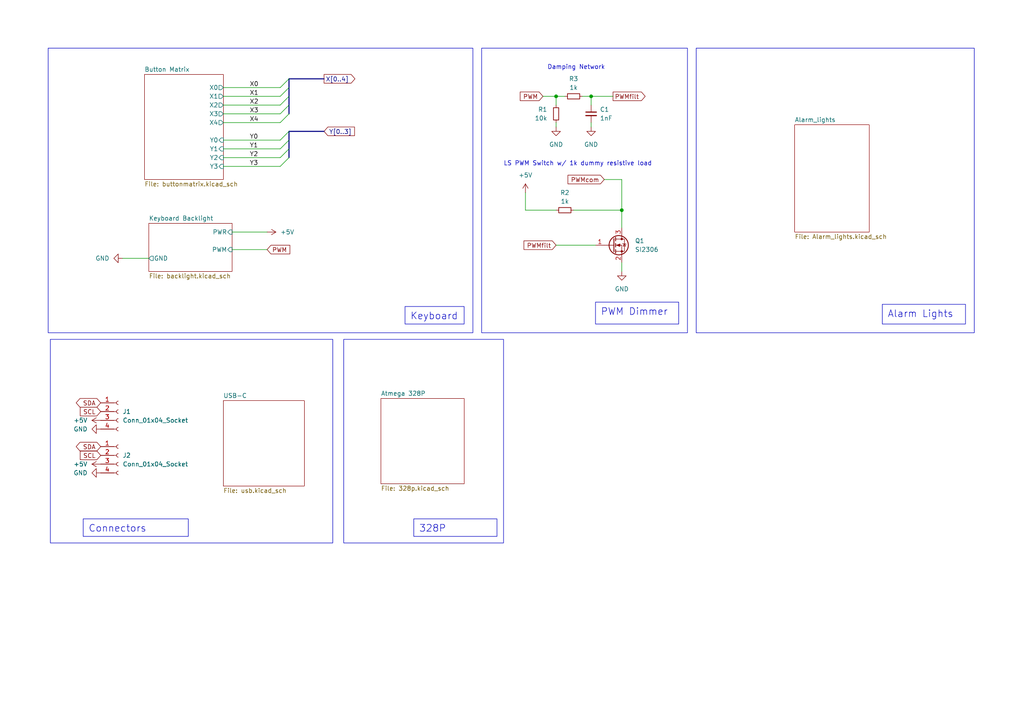
<source format=kicad_sch>
(kicad_sch
	(version 20231120)
	(generator "eeschema")
	(generator_version "8.0")
	(uuid "f30854c1-5bc2-470d-aabe-1768a5b01b46")
	(paper "A4")
	(title_block
		(title "DSKY Board")
		(date "2024-07-03")
		(rev "0.5.x")
		(company "Pablo Ortiz López, Evan MacDonald")
	)
	(lib_symbols
		(symbol "Connector:Conn_01x04_Socket"
			(pin_names
				(offset 1.016) hide)
			(exclude_from_sim no)
			(in_bom yes)
			(on_board yes)
			(property "Reference" "J"
				(at 0 5.08 0)
				(effects
					(font
						(size 1.27 1.27)
					)
				)
			)
			(property "Value" "Conn_01x04_Socket"
				(at 0 -7.62 0)
				(effects
					(font
						(size 1.27 1.27)
					)
				)
			)
			(property "Footprint" ""
				(at 0 0 0)
				(effects
					(font
						(size 1.27 1.27)
					)
					(hide yes)
				)
			)
			(property "Datasheet" "~"
				(at 0 0 0)
				(effects
					(font
						(size 1.27 1.27)
					)
					(hide yes)
				)
			)
			(property "Description" "Generic connector, single row, 01x04, script generated"
				(at 0 0 0)
				(effects
					(font
						(size 1.27 1.27)
					)
					(hide yes)
				)
			)
			(property "ki_locked" ""
				(at 0 0 0)
				(effects
					(font
						(size 1.27 1.27)
					)
				)
			)
			(property "ki_keywords" "connector"
				(at 0 0 0)
				(effects
					(font
						(size 1.27 1.27)
					)
					(hide yes)
				)
			)
			(property "ki_fp_filters" "Connector*:*_1x??_*"
				(at 0 0 0)
				(effects
					(font
						(size 1.27 1.27)
					)
					(hide yes)
				)
			)
			(symbol "Conn_01x04_Socket_1_1"
				(arc
					(start 0 -4.572)
					(mid -0.5058 -5.08)
					(end 0 -5.588)
					(stroke
						(width 0.1524)
						(type default)
					)
					(fill
						(type none)
					)
				)
				(arc
					(start 0 -2.032)
					(mid -0.5058 -2.54)
					(end 0 -3.048)
					(stroke
						(width 0.1524)
						(type default)
					)
					(fill
						(type none)
					)
				)
				(polyline
					(pts
						(xy -1.27 -5.08) (xy -0.508 -5.08)
					)
					(stroke
						(width 0.1524)
						(type default)
					)
					(fill
						(type none)
					)
				)
				(polyline
					(pts
						(xy -1.27 -2.54) (xy -0.508 -2.54)
					)
					(stroke
						(width 0.1524)
						(type default)
					)
					(fill
						(type none)
					)
				)
				(polyline
					(pts
						(xy -1.27 0) (xy -0.508 0)
					)
					(stroke
						(width 0.1524)
						(type default)
					)
					(fill
						(type none)
					)
				)
				(polyline
					(pts
						(xy -1.27 2.54) (xy -0.508 2.54)
					)
					(stroke
						(width 0.1524)
						(type default)
					)
					(fill
						(type none)
					)
				)
				(arc
					(start 0 0.508)
					(mid -0.5058 0)
					(end 0 -0.508)
					(stroke
						(width 0.1524)
						(type default)
					)
					(fill
						(type none)
					)
				)
				(arc
					(start 0 3.048)
					(mid -0.5058 2.54)
					(end 0 2.032)
					(stroke
						(width 0.1524)
						(type default)
					)
					(fill
						(type none)
					)
				)
				(pin passive line
					(at -5.08 2.54 0)
					(length 3.81)
					(name "Pin_1"
						(effects
							(font
								(size 1.27 1.27)
							)
						)
					)
					(number "1"
						(effects
							(font
								(size 1.27 1.27)
							)
						)
					)
				)
				(pin passive line
					(at -5.08 0 0)
					(length 3.81)
					(name "Pin_2"
						(effects
							(font
								(size 1.27 1.27)
							)
						)
					)
					(number "2"
						(effects
							(font
								(size 1.27 1.27)
							)
						)
					)
				)
				(pin passive line
					(at -5.08 -2.54 0)
					(length 3.81)
					(name "Pin_3"
						(effects
							(font
								(size 1.27 1.27)
							)
						)
					)
					(number "3"
						(effects
							(font
								(size 1.27 1.27)
							)
						)
					)
				)
				(pin passive line
					(at -5.08 -5.08 0)
					(length 3.81)
					(name "Pin_4"
						(effects
							(font
								(size 1.27 1.27)
							)
						)
					)
					(number "4"
						(effects
							(font
								(size 1.27 1.27)
							)
						)
					)
				)
			)
		)
		(symbol "Device:C_Small"
			(pin_numbers hide)
			(pin_names
				(offset 0.254) hide)
			(exclude_from_sim no)
			(in_bom yes)
			(on_board yes)
			(property "Reference" "C"
				(at 0.254 1.778 0)
				(effects
					(font
						(size 1.27 1.27)
					)
					(justify left)
				)
			)
			(property "Value" "C_Small"
				(at 0.254 -2.032 0)
				(effects
					(font
						(size 1.27 1.27)
					)
					(justify left)
				)
			)
			(property "Footprint" ""
				(at 0 0 0)
				(effects
					(font
						(size 1.27 1.27)
					)
					(hide yes)
				)
			)
			(property "Datasheet" "~"
				(at 0 0 0)
				(effects
					(font
						(size 1.27 1.27)
					)
					(hide yes)
				)
			)
			(property "Description" "Unpolarized capacitor, small symbol"
				(at 0 0 0)
				(effects
					(font
						(size 1.27 1.27)
					)
					(hide yes)
				)
			)
			(property "ki_keywords" "capacitor cap"
				(at 0 0 0)
				(effects
					(font
						(size 1.27 1.27)
					)
					(hide yes)
				)
			)
			(property "ki_fp_filters" "C_*"
				(at 0 0 0)
				(effects
					(font
						(size 1.27 1.27)
					)
					(hide yes)
				)
			)
			(symbol "C_Small_0_1"
				(polyline
					(pts
						(xy -1.524 -0.508) (xy 1.524 -0.508)
					)
					(stroke
						(width 0.3302)
						(type default)
					)
					(fill
						(type none)
					)
				)
				(polyline
					(pts
						(xy -1.524 0.508) (xy 1.524 0.508)
					)
					(stroke
						(width 0.3048)
						(type default)
					)
					(fill
						(type none)
					)
				)
			)
			(symbol "C_Small_1_1"
				(pin passive line
					(at 0 2.54 270)
					(length 2.032)
					(name "~"
						(effects
							(font
								(size 1.27 1.27)
							)
						)
					)
					(number "1"
						(effects
							(font
								(size 1.27 1.27)
							)
						)
					)
				)
				(pin passive line
					(at 0 -2.54 90)
					(length 2.032)
					(name "~"
						(effects
							(font
								(size 1.27 1.27)
							)
						)
					)
					(number "2"
						(effects
							(font
								(size 1.27 1.27)
							)
						)
					)
				)
			)
		)
		(symbol "Device:Q_NMOS_GSD"
			(pin_names
				(offset 0) hide)
			(exclude_from_sim no)
			(in_bom yes)
			(on_board yes)
			(property "Reference" "Q"
				(at 5.08 1.27 0)
				(effects
					(font
						(size 1.27 1.27)
					)
					(justify left)
				)
			)
			(property "Value" "Q_NMOS_GSD"
				(at 5.08 -1.27 0)
				(effects
					(font
						(size 1.27 1.27)
					)
					(justify left)
				)
			)
			(property "Footprint" ""
				(at 5.08 2.54 0)
				(effects
					(font
						(size 1.27 1.27)
					)
					(hide yes)
				)
			)
			(property "Datasheet" "~"
				(at 0 0 0)
				(effects
					(font
						(size 1.27 1.27)
					)
					(hide yes)
				)
			)
			(property "Description" "N-MOSFET transistor, gate/source/drain"
				(at 0 0 0)
				(effects
					(font
						(size 1.27 1.27)
					)
					(hide yes)
				)
			)
			(property "ki_keywords" "transistor NMOS N-MOS N-MOSFET"
				(at 0 0 0)
				(effects
					(font
						(size 1.27 1.27)
					)
					(hide yes)
				)
			)
			(symbol "Q_NMOS_GSD_0_1"
				(polyline
					(pts
						(xy 0.254 0) (xy -2.54 0)
					)
					(stroke
						(width 0)
						(type default)
					)
					(fill
						(type none)
					)
				)
				(polyline
					(pts
						(xy 0.254 1.905) (xy 0.254 -1.905)
					)
					(stroke
						(width 0.254)
						(type default)
					)
					(fill
						(type none)
					)
				)
				(polyline
					(pts
						(xy 0.762 -1.27) (xy 0.762 -2.286)
					)
					(stroke
						(width 0.254)
						(type default)
					)
					(fill
						(type none)
					)
				)
				(polyline
					(pts
						(xy 0.762 0.508) (xy 0.762 -0.508)
					)
					(stroke
						(width 0.254)
						(type default)
					)
					(fill
						(type none)
					)
				)
				(polyline
					(pts
						(xy 0.762 2.286) (xy 0.762 1.27)
					)
					(stroke
						(width 0.254)
						(type default)
					)
					(fill
						(type none)
					)
				)
				(polyline
					(pts
						(xy 2.54 2.54) (xy 2.54 1.778)
					)
					(stroke
						(width 0)
						(type default)
					)
					(fill
						(type none)
					)
				)
				(polyline
					(pts
						(xy 2.54 -2.54) (xy 2.54 0) (xy 0.762 0)
					)
					(stroke
						(width 0)
						(type default)
					)
					(fill
						(type none)
					)
				)
				(polyline
					(pts
						(xy 0.762 -1.778) (xy 3.302 -1.778) (xy 3.302 1.778) (xy 0.762 1.778)
					)
					(stroke
						(width 0)
						(type default)
					)
					(fill
						(type none)
					)
				)
				(polyline
					(pts
						(xy 1.016 0) (xy 2.032 0.381) (xy 2.032 -0.381) (xy 1.016 0)
					)
					(stroke
						(width 0)
						(type default)
					)
					(fill
						(type outline)
					)
				)
				(polyline
					(pts
						(xy 2.794 0.508) (xy 2.921 0.381) (xy 3.683 0.381) (xy 3.81 0.254)
					)
					(stroke
						(width 0)
						(type default)
					)
					(fill
						(type none)
					)
				)
				(polyline
					(pts
						(xy 3.302 0.381) (xy 2.921 -0.254) (xy 3.683 -0.254) (xy 3.302 0.381)
					)
					(stroke
						(width 0)
						(type default)
					)
					(fill
						(type none)
					)
				)
				(circle
					(center 1.651 0)
					(radius 2.794)
					(stroke
						(width 0.254)
						(type default)
					)
					(fill
						(type none)
					)
				)
				(circle
					(center 2.54 -1.778)
					(radius 0.254)
					(stroke
						(width 0)
						(type default)
					)
					(fill
						(type outline)
					)
				)
				(circle
					(center 2.54 1.778)
					(radius 0.254)
					(stroke
						(width 0)
						(type default)
					)
					(fill
						(type outline)
					)
				)
			)
			(symbol "Q_NMOS_GSD_1_1"
				(pin input line
					(at -5.08 0 0)
					(length 2.54)
					(name "G"
						(effects
							(font
								(size 1.27 1.27)
							)
						)
					)
					(number "1"
						(effects
							(font
								(size 1.27 1.27)
							)
						)
					)
				)
				(pin passive line
					(at 2.54 -5.08 90)
					(length 2.54)
					(name "S"
						(effects
							(font
								(size 1.27 1.27)
							)
						)
					)
					(number "2"
						(effects
							(font
								(size 1.27 1.27)
							)
						)
					)
				)
				(pin passive line
					(at 2.54 5.08 270)
					(length 2.54)
					(name "D"
						(effects
							(font
								(size 1.27 1.27)
							)
						)
					)
					(number "3"
						(effects
							(font
								(size 1.27 1.27)
							)
						)
					)
				)
			)
		)
		(symbol "Device:R_Small"
			(pin_numbers hide)
			(pin_names
				(offset 0.254) hide)
			(exclude_from_sim no)
			(in_bom yes)
			(on_board yes)
			(property "Reference" "R"
				(at 0.762 0.508 0)
				(effects
					(font
						(size 1.27 1.27)
					)
					(justify left)
				)
			)
			(property "Value" "R_Small"
				(at 0.762 -1.016 0)
				(effects
					(font
						(size 1.27 1.27)
					)
					(justify left)
				)
			)
			(property "Footprint" ""
				(at 0 0 0)
				(effects
					(font
						(size 1.27 1.27)
					)
					(hide yes)
				)
			)
			(property "Datasheet" "~"
				(at 0 0 0)
				(effects
					(font
						(size 1.27 1.27)
					)
					(hide yes)
				)
			)
			(property "Description" "Resistor, small symbol"
				(at 0 0 0)
				(effects
					(font
						(size 1.27 1.27)
					)
					(hide yes)
				)
			)
			(property "ki_keywords" "R resistor"
				(at 0 0 0)
				(effects
					(font
						(size 1.27 1.27)
					)
					(hide yes)
				)
			)
			(property "ki_fp_filters" "R_*"
				(at 0 0 0)
				(effects
					(font
						(size 1.27 1.27)
					)
					(hide yes)
				)
			)
			(symbol "R_Small_0_1"
				(rectangle
					(start -0.762 1.778)
					(end 0.762 -1.778)
					(stroke
						(width 0.2032)
						(type default)
					)
					(fill
						(type none)
					)
				)
			)
			(symbol "R_Small_1_1"
				(pin passive line
					(at 0 2.54 270)
					(length 0.762)
					(name "~"
						(effects
							(font
								(size 1.27 1.27)
							)
						)
					)
					(number "1"
						(effects
							(font
								(size 1.27 1.27)
							)
						)
					)
				)
				(pin passive line
					(at 0 -2.54 90)
					(length 0.762)
					(name "~"
						(effects
							(font
								(size 1.27 1.27)
							)
						)
					)
					(number "2"
						(effects
							(font
								(size 1.27 1.27)
							)
						)
					)
				)
			)
		)
		(symbol "power:+5V"
			(power)
			(pin_names
				(offset 0)
			)
			(exclude_from_sim no)
			(in_bom yes)
			(on_board yes)
			(property "Reference" "#PWR"
				(at 0 -3.81 0)
				(effects
					(font
						(size 1.27 1.27)
					)
					(hide yes)
				)
			)
			(property "Value" "+5V"
				(at 0 3.556 0)
				(effects
					(font
						(size 1.27 1.27)
					)
				)
			)
			(property "Footprint" ""
				(at 0 0 0)
				(effects
					(font
						(size 1.27 1.27)
					)
					(hide yes)
				)
			)
			(property "Datasheet" ""
				(at 0 0 0)
				(effects
					(font
						(size 1.27 1.27)
					)
					(hide yes)
				)
			)
			(property "Description" "Power symbol creates a global label with name \"+5V\""
				(at 0 0 0)
				(effects
					(font
						(size 1.27 1.27)
					)
					(hide yes)
				)
			)
			(property "ki_keywords" "global power"
				(at 0 0 0)
				(effects
					(font
						(size 1.27 1.27)
					)
					(hide yes)
				)
			)
			(symbol "+5V_0_1"
				(polyline
					(pts
						(xy -0.762 1.27) (xy 0 2.54)
					)
					(stroke
						(width 0)
						(type default)
					)
					(fill
						(type none)
					)
				)
				(polyline
					(pts
						(xy 0 0) (xy 0 2.54)
					)
					(stroke
						(width 0)
						(type default)
					)
					(fill
						(type none)
					)
				)
				(polyline
					(pts
						(xy 0 2.54) (xy 0.762 1.27)
					)
					(stroke
						(width 0)
						(type default)
					)
					(fill
						(type none)
					)
				)
			)
			(symbol "+5V_1_1"
				(pin power_in line
					(at 0 0 90)
					(length 0) hide
					(name "+5V"
						(effects
							(font
								(size 1.27 1.27)
							)
						)
					)
					(number "1"
						(effects
							(font
								(size 1.27 1.27)
							)
						)
					)
				)
			)
		)
		(symbol "power:GND"
			(power)
			(pin_names
				(offset 0)
			)
			(exclude_from_sim no)
			(in_bom yes)
			(on_board yes)
			(property "Reference" "#PWR"
				(at 0 -6.35 0)
				(effects
					(font
						(size 1.27 1.27)
					)
					(hide yes)
				)
			)
			(property "Value" "GND"
				(at 0 -3.81 0)
				(effects
					(font
						(size 1.27 1.27)
					)
				)
			)
			(property "Footprint" ""
				(at 0 0 0)
				(effects
					(font
						(size 1.27 1.27)
					)
					(hide yes)
				)
			)
			(property "Datasheet" ""
				(at 0 0 0)
				(effects
					(font
						(size 1.27 1.27)
					)
					(hide yes)
				)
			)
			(property "Description" "Power symbol creates a global label with name \"GND\" , ground"
				(at 0 0 0)
				(effects
					(font
						(size 1.27 1.27)
					)
					(hide yes)
				)
			)
			(property "ki_keywords" "global power"
				(at 0 0 0)
				(effects
					(font
						(size 1.27 1.27)
					)
					(hide yes)
				)
			)
			(symbol "GND_0_1"
				(polyline
					(pts
						(xy 0 0) (xy 0 -1.27) (xy 1.27 -1.27) (xy 0 -2.54) (xy -1.27 -1.27) (xy 0 -1.27)
					)
					(stroke
						(width 0)
						(type default)
					)
					(fill
						(type none)
					)
				)
			)
			(symbol "GND_1_1"
				(pin power_in line
					(at 0 0 270)
					(length 0) hide
					(name "GND"
						(effects
							(font
								(size 1.27 1.27)
							)
						)
					)
					(number "1"
						(effects
							(font
								(size 1.27 1.27)
							)
						)
					)
				)
			)
		)
	)
	(junction
		(at 180.34 60.96)
		(diameter 0)
		(color 0 0 0 0)
		(uuid "2d247fd6-cc2d-4c0a-828c-0fe11820e3c9")
	)
	(junction
		(at 171.45 27.94)
		(diameter 0)
		(color 0 0 0 0)
		(uuid "43225d23-eb8c-4803-94b8-39cefc21dc90")
	)
	(junction
		(at 161.29 27.94)
		(diameter 0)
		(color 0 0 0 0)
		(uuid "de7485ae-811e-42b9-91f3-97e4ea8680a5")
	)
	(bus_entry
		(at 81.28 25.4)
		(size 2.54 -2.54)
		(stroke
			(width 0)
			(type default)
		)
		(uuid "00688c40-e7a2-49fa-889d-1b852b007fc2")
	)
	(bus_entry
		(at 81.28 27.94)
		(size 2.54 -2.54)
		(stroke
			(width 0)
			(type default)
		)
		(uuid "0db309e4-9b94-4f8e-8292-141cb966d886")
	)
	(bus_entry
		(at 81.28 30.48)
		(size 2.54 -2.54)
		(stroke
			(width 0)
			(type default)
		)
		(uuid "0fcfb532-babb-4f9c-b451-1e19afae7066")
	)
	(bus_entry
		(at 81.28 35.56)
		(size 2.54 -2.54)
		(stroke
			(width 0)
			(type default)
		)
		(uuid "7612b20d-ea33-48ec-8aec-32fcfbaeb442")
	)
	(bus_entry
		(at 81.28 43.18)
		(size 2.54 -2.54)
		(stroke
			(width 0)
			(type default)
		)
		(uuid "7a7f85d3-8bcc-4382-9a94-03be0bbe8e63")
	)
	(bus_entry
		(at 81.28 48.26)
		(size 2.54 -2.54)
		(stroke
			(width 0)
			(type default)
		)
		(uuid "7b228651-ab70-4b92-9fa2-2ddfb62b3feb")
	)
	(bus_entry
		(at 81.28 40.64)
		(size 2.54 -2.54)
		(stroke
			(width 0)
			(type default)
		)
		(uuid "8d552864-5721-453c-8622-dfe7116a2fdc")
	)
	(bus_entry
		(at 81.28 45.72)
		(size 2.54 -2.54)
		(stroke
			(width 0)
			(type default)
		)
		(uuid "b1775661-b936-4337-b758-004f8f8be919")
	)
	(bus_entry
		(at 81.28 33.02)
		(size 2.54 -2.54)
		(stroke
			(width 0)
			(type default)
		)
		(uuid "d797a740-f002-46d2-b4ed-4b0488458a60")
	)
	(wire
		(pts
			(xy 161.29 27.94) (xy 163.83 27.94)
		)
		(stroke
			(width 0)
			(type default)
		)
		(uuid "046b8ebb-c7ef-4a71-8a14-66bdc1a89f29")
	)
	(bus
		(pts
			(xy 83.82 27.94) (xy 83.82 30.48)
		)
		(stroke
			(width 0)
			(type default)
		)
		(uuid "062df74e-3988-40d5-a931-9f234f0b0ecf")
	)
	(wire
		(pts
			(xy 175.26 52.07) (xy 180.34 52.07)
		)
		(stroke
			(width 0)
			(type default)
		)
		(uuid "11d985a3-49c2-4f0a-bffb-10a9b93d2e2d")
	)
	(bus
		(pts
			(xy 83.82 40.64) (xy 83.82 43.18)
		)
		(stroke
			(width 0)
			(type default)
		)
		(uuid "13d3202a-d405-49b0-8782-667697a4ab36")
	)
	(wire
		(pts
			(xy 180.34 60.96) (xy 180.34 66.04)
		)
		(stroke
			(width 0)
			(type default)
		)
		(uuid "2405634d-e5d5-422c-b77d-3c0d9cc9095f")
	)
	(wire
		(pts
			(xy 168.91 27.94) (xy 171.45 27.94)
		)
		(stroke
			(width 0)
			(type default)
		)
		(uuid "29662585-af78-48a9-a673-d1f448d61e85")
	)
	(wire
		(pts
			(xy 64.77 30.48) (xy 81.28 30.48)
		)
		(stroke
			(width 0)
			(type default)
		)
		(uuid "2b35d50a-52af-45d0-9568-025aef8374c2")
	)
	(wire
		(pts
			(xy 64.77 45.72) (xy 81.28 45.72)
		)
		(stroke
			(width 0)
			(type default)
		)
		(uuid "320ff486-608a-4d0b-b0fa-97868c3a0689")
	)
	(wire
		(pts
			(xy 67.31 67.31) (xy 77.47 67.31)
		)
		(stroke
			(width 0)
			(type default)
		)
		(uuid "32402c17-0b85-4aca-9bd8-79033aa5e666")
	)
	(wire
		(pts
			(xy 157.48 27.94) (xy 161.29 27.94)
		)
		(stroke
			(width 0)
			(type default)
		)
		(uuid "381c7576-1515-4a3c-9459-742b4c01dbe2")
	)
	(wire
		(pts
			(xy 64.77 35.56) (xy 81.28 35.56)
		)
		(stroke
			(width 0)
			(type default)
		)
		(uuid "3f21b244-5204-48a7-9364-6e20879e407c")
	)
	(wire
		(pts
			(xy 152.4 55.88) (xy 152.4 60.96)
		)
		(stroke
			(width 0)
			(type default)
		)
		(uuid "3fa86769-d99b-4407-9273-5b704f870a54")
	)
	(wire
		(pts
			(xy 161.29 35.56) (xy 161.29 36.83)
		)
		(stroke
			(width 0)
			(type default)
		)
		(uuid "44818bc9-2b33-480c-9d75-0e6a9233c092")
	)
	(bus
		(pts
			(xy 83.82 38.1) (xy 83.82 40.64)
		)
		(stroke
			(width 0)
			(type default)
		)
		(uuid "5ca57cf7-08c8-4ce3-b2b7-c7c71687563b")
	)
	(wire
		(pts
			(xy 171.45 27.94) (xy 177.8 27.94)
		)
		(stroke
			(width 0)
			(type default)
		)
		(uuid "68ae998e-9368-455e-b388-beacf57e6f10")
	)
	(wire
		(pts
			(xy 64.77 48.26) (xy 81.28 48.26)
		)
		(stroke
			(width 0)
			(type default)
		)
		(uuid "691ea286-a572-49f8-b2ad-4e19d7b65126")
	)
	(wire
		(pts
			(xy 67.31 72.39) (xy 77.47 72.39)
		)
		(stroke
			(width 0)
			(type default)
		)
		(uuid "8ee2acfa-5d81-45f3-a49b-344c9527bf85")
	)
	(bus
		(pts
			(xy 83.82 43.18) (xy 83.82 45.72)
		)
		(stroke
			(width 0)
			(type default)
		)
		(uuid "902bbbad-05eb-4313-bbef-0fd828790ee7")
	)
	(bus
		(pts
			(xy 83.82 22.86) (xy 93.98 22.86)
		)
		(stroke
			(width 0)
			(type default)
		)
		(uuid "92043d76-a02c-49e2-a2cd-2ab57aa4fdcd")
	)
	(wire
		(pts
			(xy 64.77 40.64) (xy 81.28 40.64)
		)
		(stroke
			(width 0)
			(type default)
		)
		(uuid "9970c6ae-f257-4229-8f40-496d6a5bb86a")
	)
	(wire
		(pts
			(xy 64.77 27.94) (xy 81.28 27.94)
		)
		(stroke
			(width 0)
			(type default)
		)
		(uuid "9a64e182-81ac-4a5b-8df9-8b1e2946d135")
	)
	(wire
		(pts
			(xy 180.34 78.74) (xy 180.34 76.2)
		)
		(stroke
			(width 0)
			(type default)
		)
		(uuid "9d98da98-c47a-4f07-8399-2c1309ec888e")
	)
	(wire
		(pts
			(xy 166.37 60.96) (xy 180.34 60.96)
		)
		(stroke
			(width 0)
			(type default)
		)
		(uuid "a8eb916a-400f-4497-82d8-503266f73bc0")
	)
	(wire
		(pts
			(xy 171.45 27.94) (xy 171.45 30.48)
		)
		(stroke
			(width 0)
			(type default)
		)
		(uuid "ace1d3dd-2985-421f-909b-636bca7c32ea")
	)
	(wire
		(pts
			(xy 161.29 27.94) (xy 161.29 30.48)
		)
		(stroke
			(width 0)
			(type default)
		)
		(uuid "b1e7ba95-b86a-4412-b92e-535519f1ff34")
	)
	(wire
		(pts
			(xy 64.77 25.4) (xy 81.28 25.4)
		)
		(stroke
			(width 0)
			(type default)
		)
		(uuid "b8e923da-bce0-4b08-b904-ed119b2f726b")
	)
	(wire
		(pts
			(xy 64.77 43.18) (xy 81.28 43.18)
		)
		(stroke
			(width 0)
			(type default)
		)
		(uuid "bd547609-8196-4ada-8ef7-27f9e25df605")
	)
	(bus
		(pts
			(xy 83.82 25.4) (xy 83.82 27.94)
		)
		(stroke
			(width 0)
			(type default)
		)
		(uuid "c1556cdc-688e-46a7-9627-572330953b1e")
	)
	(bus
		(pts
			(xy 83.82 22.86) (xy 83.82 25.4)
		)
		(stroke
			(width 0)
			(type default)
		)
		(uuid "c20e8904-4948-47da-82c0-e34d554d61cd")
	)
	(wire
		(pts
			(xy 180.34 52.07) (xy 180.34 60.96)
		)
		(stroke
			(width 0)
			(type default)
		)
		(uuid "c266e5eb-5c0c-4bf7-9d0f-124532d422b7")
	)
	(bus
		(pts
			(xy 83.82 30.48) (xy 83.82 33.02)
		)
		(stroke
			(width 0)
			(type default)
		)
		(uuid "c4d043c9-8789-4dd8-ba51-c2069a8474a5")
	)
	(wire
		(pts
			(xy 152.4 60.96) (xy 161.29 60.96)
		)
		(stroke
			(width 0)
			(type default)
		)
		(uuid "cb072964-e2e0-4eb5-8692-7639ca5d68f4")
	)
	(wire
		(pts
			(xy 161.29 71.12) (xy 172.72 71.12)
		)
		(stroke
			(width 0)
			(type default)
		)
		(uuid "ccf217db-30c4-4cb3-89c2-2252308b9965")
	)
	(wire
		(pts
			(xy 64.77 33.02) (xy 81.28 33.02)
		)
		(stroke
			(width 0)
			(type default)
		)
		(uuid "e90c7bfd-8b1f-4e81-9981-e9f914386929")
	)
	(wire
		(pts
			(xy 171.45 35.56) (xy 171.45 36.83)
		)
		(stroke
			(width 0)
			(type default)
		)
		(uuid "f21ea929-ba37-4d93-8007-db8421610617")
	)
	(bus
		(pts
			(xy 83.82 38.1) (xy 93.98 38.1)
		)
		(stroke
			(width 0)
			(type default)
		)
		(uuid "f3ec3214-e710-4a4f-a4c8-8b20196899cc")
	)
	(wire
		(pts
			(xy 35.56 74.93) (xy 43.18 74.93)
		)
		(stroke
			(width 0)
			(type default)
		)
		(uuid "fb5e2694-bfef-4bae-b79c-9ece1496aa1d")
	)
	(rectangle
		(start 201.93 13.97)
		(end 282.575 96.52)
		(stroke
			(width 0)
			(type default)
		)
		(fill
			(type none)
		)
		(uuid 0d9e11be-f898-47b4-8c7d-56c5c6e47a70)
	)
	(rectangle
		(start 13.97 13.97)
		(end 137.16 96.52)
		(stroke
			(width 0)
			(type default)
		)
		(fill
			(type none)
		)
		(uuid 12e22171-e16b-4b3e-a1f8-cdfe793bebf3)
	)
	(rectangle
		(start 99.695 98.425)
		(end 146.05 157.48)
		(stroke
			(width 0)
			(type default)
		)
		(fill
			(type none)
		)
		(uuid 47be0df3-d635-4f17-93fa-f06fcbfd9bc6)
	)
	(rectangle
		(start 139.7 13.97)
		(end 199.39 96.52)
		(stroke
			(width 0)
			(type default)
		)
		(fill
			(type none)
		)
		(uuid 89bf15d6-85a4-4a62-86c3-f6bd93d1fb07)
	)
	(rectangle
		(start 14.605 98.425)
		(end 96.52 157.48)
		(stroke
			(width 0)
			(type default)
		)
		(fill
			(type none)
		)
		(uuid b4dd3eeb-0efe-4727-8077-e8f52f54d36a)
	)
	(text_box "PWM Dimmer"
		(exclude_from_sim no)
		(at 172.72 87.63 0)
		(size 24.13 6.35)
		(stroke
			(width 0)
			(type default)
		)
		(fill
			(type none)
		)
		(effects
			(font
				(size 2 2)
			)
			(justify left top)
		)
		(uuid "2301dc5e-83c4-4ce4-98fa-711fe638f9a7")
	)
	(text_box "Keyboard"
		(exclude_from_sim no)
		(at 117.475 88.9 0)
		(size 17.145 5.08)
		(stroke
			(width 0)
			(type default)
		)
		(fill
			(type none)
		)
		(effects
			(font
				(size 2 2)
			)
			(justify left top)
		)
		(uuid "872ec81a-3ee7-4a56-b6ab-1fa20e105cf2")
	)
	(text_box "328P"
		(exclude_from_sim no)
		(at 120.015 150.495 0)
		(size 24.13 5.08)
		(stroke
			(width 0)
			(type default)
		)
		(fill
			(type none)
		)
		(effects
			(font
				(size 2 2)
			)
			(justify left top)
		)
		(uuid "9350aa16-67fa-42a1-b9b1-81158d5d92c5")
	)
	(text_box "Alarm Lights"
		(exclude_from_sim no)
		(at 255.905 88.265 0)
		(size 24.13 5.715)
		(stroke
			(width 0)
			(type default)
		)
		(fill
			(type none)
		)
		(effects
			(font
				(size 2 2)
			)
			(justify left top)
		)
		(uuid "b50627b0-bf4a-4fe1-951c-041add8d44af")
	)
	(text_box "Connectors"
		(exclude_from_sim no)
		(at 24.13 150.495 0)
		(size 30.48 5.08)
		(stroke
			(width 0)
			(type default)
		)
		(fill
			(type none)
		)
		(effects
			(font
				(size 2 2)
			)
			(justify left top)
		)
		(uuid "f3d583ae-7fba-4b34-9bd8-d7e40689e488")
	)
	(text "Damping Network\n"
		(exclude_from_sim no)
		(at 158.75 20.32 0)
		(effects
			(font
				(size 1.27 1.27)
			)
			(justify left bottom)
		)
		(uuid "0d6283d7-900c-4a34-acfd-d296a1f47088")
	)
	(text "LS PWM Switch w/ 1k dummy resistive load"
		(exclude_from_sim no)
		(at 146.05 48.26 0)
		(effects
			(font
				(size 1.27 1.27)
			)
			(justify left bottom)
		)
		(uuid "f42ce5af-dbe3-4f14-bc41-b031c780283d")
	)
	(label "Y3"
		(at 72.39 48.26 0)
		(fields_autoplaced yes)
		(effects
			(font
				(size 1.27 1.27)
			)
			(justify left bottom)
		)
		(uuid "468dfdac-83db-445a-801d-5f2ea32f5c6a")
	)
	(label "X3"
		(at 72.39 33.02 0)
		(fields_autoplaced yes)
		(effects
			(font
				(size 1.27 1.27)
			)
			(justify left bottom)
		)
		(uuid "4720e40a-028e-4cbe-9ff7-4553c628ec5d")
	)
	(label "X1"
		(at 72.39 27.94 0)
		(fields_autoplaced yes)
		(effects
			(font
				(size 1.27 1.27)
			)
			(justify left bottom)
		)
		(uuid "745093e3-6ddd-4ee1-be52-a6cebcef85ce")
	)
	(label "Y0"
		(at 72.39 40.64 0)
		(fields_autoplaced yes)
		(effects
			(font
				(size 1.27 1.27)
			)
			(justify left bottom)
		)
		(uuid "74617707-0e99-4b10-b5f0-5184608577c7")
	)
	(label "Y1"
		(at 72.39 43.18 0)
		(fields_autoplaced yes)
		(effects
			(font
				(size 1.27 1.27)
			)
			(justify left bottom)
		)
		(uuid "9a986f55-bb3c-4709-811d-a930de8df39b")
	)
	(label "X0"
		(at 72.39 25.4 0)
		(fields_autoplaced yes)
		(effects
			(font
				(size 1.27 1.27)
			)
			(justify left bottom)
		)
		(uuid "d88d3cb2-7ad8-4691-a65c-d65614a2d613")
	)
	(label "X4"
		(at 72.39 35.56 0)
		(fields_autoplaced yes)
		(effects
			(font
				(size 1.27 1.27)
			)
			(justify left bottom)
		)
		(uuid "e8d71124-1f5d-4e13-8e08-519ff0262106")
	)
	(label "Y2"
		(at 72.39 45.72 0)
		(fields_autoplaced yes)
		(effects
			(font
				(size 1.27 1.27)
			)
			(justify left bottom)
		)
		(uuid "ef727902-b210-462e-a71c-c8852abd4e5a")
	)
	(label "X2"
		(at 72.39 30.48 0)
		(fields_autoplaced yes)
		(effects
			(font
				(size 1.27 1.27)
			)
			(justify left bottom)
		)
		(uuid "fea7c010-724c-4178-9c43-46b67263b7d1")
	)
	(global_label "SCL"
		(shape input)
		(at 29.21 132.08 180)
		(fields_autoplaced yes)
		(effects
			(font
				(size 1.27 1.27)
			)
			(justify right)
		)
		(uuid "3fdaa762-b7e7-4999-bd96-22341b4f3c06")
		(property "Intersheetrefs" "${INTERSHEET_REFS}"
			(at 22.7172 132.08 0)
			(effects
				(font
					(size 1.27 1.27)
				)
				(justify right)
				(hide yes)
			)
		)
	)
	(global_label "PWMcom"
		(shape input)
		(at 175.26 52.07 180)
		(fields_autoplaced yes)
		(effects
			(font
				(size 1.27 1.27)
			)
			(justify right)
		)
		(uuid "4e415133-adc4-4ec6-bef2-1e06f411438f")
		(property "Intersheetrefs" "${INTERSHEET_REFS}"
			(at 164.1711 52.07 0)
			(effects
				(font
					(size 1.27 1.27)
				)
				(justify right)
				(hide yes)
			)
		)
	)
	(global_label "SDA"
		(shape bidirectional)
		(at 29.21 116.84 180)
		(fields_autoplaced yes)
		(effects
			(font
				(size 1.27 1.27)
			)
			(justify right)
		)
		(uuid "5b841acb-c2d0-4aec-b4ff-b77cbcc6db24")
		(property "Intersheetrefs" "${INTERSHEET_REFS}"
			(at 21.5454 116.84 0)
			(effects
				(font
					(size 1.27 1.27)
				)
				(justify right)
				(hide yes)
			)
		)
	)
	(global_label "Y[0..3]"
		(shape input)
		(at 93.98 38.1 0)
		(fields_autoplaced yes)
		(effects
			(font
				(size 1.27 1.27)
			)
			(justify left)
		)
		(uuid "67d4a5ad-6f42-4dd6-8480-373f4f093768")
		(property "Intersheetrefs" "${INTERSHEET_REFS}"
			(at 103.3758 38.1 0)
			(effects
				(font
					(size 1.27 1.27)
				)
				(justify left)
				(hide yes)
			)
		)
	)
	(global_label "PWM"
		(shape input)
		(at 157.48 27.94 180)
		(fields_autoplaced yes)
		(effects
			(font
				(size 1.27 1.27)
			)
			(justify right)
		)
		(uuid "8b927413-bb21-467b-a7fd-b0ab21759716")
		(property "Intersheetrefs" "${INTERSHEET_REFS}"
			(at 150.322 27.94 0)
			(effects
				(font
					(size 1.27 1.27)
				)
				(justify right)
				(hide yes)
			)
		)
	)
	(global_label "SCL"
		(shape input)
		(at 29.21 119.38 180)
		(fields_autoplaced yes)
		(effects
			(font
				(size 1.27 1.27)
			)
			(justify right)
		)
		(uuid "9ad69c81-d17c-4b51-8ba4-456f42fe4d81")
		(property "Intersheetrefs" "${INTERSHEET_REFS}"
			(at 22.7172 119.38 0)
			(effects
				(font
					(size 1.27 1.27)
				)
				(justify right)
				(hide yes)
			)
		)
	)
	(global_label "PWMfilt"
		(shape input)
		(at 161.29 71.12 180)
		(fields_autoplaced yes)
		(effects
			(font
				(size 1.27 1.27)
			)
			(justify right)
		)
		(uuid "a8507e05-cbee-4d70-9405-69030e20060f")
		(property "Intersheetrefs" "${INTERSHEET_REFS}"
			(at 151.4106 71.12 0)
			(effects
				(font
					(size 1.27 1.27)
				)
				(justify right)
				(hide yes)
			)
		)
	)
	(global_label "X[0..4]"
		(shape output)
		(at 93.98 22.86 0)
		(fields_autoplaced yes)
		(effects
			(font
				(size 1.27 1.27)
			)
			(justify left)
		)
		(uuid "b7c8573b-c6ce-45c5-92a6-f18032da7cc9")
		(property "Intersheetrefs" "${INTERSHEET_REFS}"
			(at 103.4967 22.86 0)
			(effects
				(font
					(size 1.27 1.27)
				)
				(justify left)
				(hide yes)
			)
		)
	)
	(global_label "PWM"
		(shape input)
		(at 77.47 72.39 0)
		(fields_autoplaced yes)
		(effects
			(font
				(size 1.27 1.27)
			)
			(justify left)
		)
		(uuid "c1110c36-ced7-4c48-ad3e-60ca05d78579")
		(property "Intersheetrefs" "${INTERSHEET_REFS}"
			(at 84.628 72.39 0)
			(effects
				(font
					(size 1.27 1.27)
				)
				(justify left)
				(hide yes)
			)
		)
	)
	(global_label "PWMfilt"
		(shape output)
		(at 177.8 27.94 0)
		(fields_autoplaced yes)
		(effects
			(font
				(size 1.27 1.27)
			)
			(justify left)
		)
		(uuid "da83b0ab-efab-4c3d-adff-25326105ccce")
		(property "Intersheetrefs" "${INTERSHEET_REFS}"
			(at 187.6794 27.94 0)
			(effects
				(font
					(size 1.27 1.27)
				)
				(justify left)
				(hide yes)
			)
		)
	)
	(global_label "SDA"
		(shape bidirectional)
		(at 29.21 129.54 180)
		(fields_autoplaced yes)
		(effects
			(font
				(size 1.27 1.27)
			)
			(justify right)
		)
		(uuid "dfdce323-e029-4a12-937d-7c10e3cdaf5f")
		(property "Intersheetrefs" "${INTERSHEET_REFS}"
			(at 21.5454 129.54 0)
			(effects
				(font
					(size 1.27 1.27)
				)
				(justify right)
				(hide yes)
			)
		)
	)
	(symbol
		(lib_id "power:+5V")
		(at 29.21 121.92 90)
		(unit 1)
		(exclude_from_sim no)
		(in_bom yes)
		(on_board yes)
		(dnp no)
		(uuid "0e3ad565-ec70-423f-94c4-c56ccf552fd1")
		(property "Reference" "#PWR09"
			(at 33.02 121.92 0)
			(effects
				(font
					(size 1.27 1.27)
				)
				(hide yes)
			)
		)
		(property "Value" "+5V"
			(at 25.4 121.92 90)
			(effects
				(font
					(size 1.27 1.27)
				)
				(justify left)
			)
		)
		(property "Footprint" ""
			(at 29.21 121.92 0)
			(effects
				(font
					(size 1.27 1.27)
				)
				(hide yes)
			)
		)
		(property "Datasheet" ""
			(at 29.21 121.92 0)
			(effects
				(font
					(size 1.27 1.27)
				)
				(hide yes)
			)
		)
		(property "Description" ""
			(at 29.21 121.92 0)
			(effects
				(font
					(size 1.27 1.27)
				)
				(hide yes)
			)
		)
		(pin "1"
			(uuid "95f7bdc0-c246-4e93-a9e6-2e69976028be")
		)
		(instances
			(project "Single_board"
				(path "/f30854c1-5bc2-470d-aabe-1768a5b01b46"
					(reference "#PWR09")
					(unit 1)
				)
			)
		)
	)
	(symbol
		(lib_id "power:+5V")
		(at 77.47 67.31 270)
		(unit 1)
		(exclude_from_sim no)
		(in_bom yes)
		(on_board yes)
		(dnp no)
		(uuid "193b4d41-da1b-482b-9cd1-04cd26a6a6c8")
		(property "Reference" "#PWR06"
			(at 73.66 67.31 0)
			(effects
				(font
					(size 1.27 1.27)
				)
				(hide yes)
			)
		)
		(property "Value" "+5V"
			(at 81.28 67.31 90)
			(effects
				(font
					(size 1.27 1.27)
				)
				(justify left)
			)
		)
		(property "Footprint" ""
			(at 77.47 67.31 0)
			(effects
				(font
					(size 1.27 1.27)
				)
				(hide yes)
			)
		)
		(property "Datasheet" ""
			(at 77.47 67.31 0)
			(effects
				(font
					(size 1.27 1.27)
				)
				(hide yes)
			)
		)
		(property "Description" ""
			(at 77.47 67.31 0)
			(effects
				(font
					(size 1.27 1.27)
				)
				(hide yes)
			)
		)
		(pin "1"
			(uuid "95e60a57-6187-47d1-b365-835096a3ce26")
		)
		(instances
			(project "Single_board"
				(path "/f30854c1-5bc2-470d-aabe-1768a5b01b46"
					(reference "#PWR06")
					(unit 1)
				)
			)
		)
	)
	(symbol
		(lib_id "power:GND")
		(at 35.56 74.93 270)
		(unit 1)
		(exclude_from_sim no)
		(in_bom yes)
		(on_board yes)
		(dnp no)
		(fields_autoplaced yes)
		(uuid "2c7343b9-9d1f-4853-ae19-3a5e82064910")
		(property "Reference" "#PWR05"
			(at 29.21 74.93 0)
			(effects
				(font
					(size 1.27 1.27)
				)
				(hide yes)
			)
		)
		(property "Value" "GND"
			(at 31.75 74.93 90)
			(effects
				(font
					(size 1.27 1.27)
				)
				(justify right)
			)
		)
		(property "Footprint" ""
			(at 35.56 74.93 0)
			(effects
				(font
					(size 1.27 1.27)
				)
				(hide yes)
			)
		)
		(property "Datasheet" ""
			(at 35.56 74.93 0)
			(effects
				(font
					(size 1.27 1.27)
				)
				(hide yes)
			)
		)
		(property "Description" ""
			(at 35.56 74.93 0)
			(effects
				(font
					(size 1.27 1.27)
				)
				(hide yes)
			)
		)
		(pin "1"
			(uuid "f6d4f598-9171-47bc-8319-582d52bc26d2")
		)
		(instances
			(project "Single_board"
				(path "/f30854c1-5bc2-470d-aabe-1768a5b01b46"
					(reference "#PWR05")
					(unit 1)
				)
			)
		)
	)
	(symbol
		(lib_id "Connector:Conn_01x04_Socket")
		(at 34.29 132.08 0)
		(unit 1)
		(exclude_from_sim no)
		(in_bom yes)
		(on_board yes)
		(dnp no)
		(fields_autoplaced yes)
		(uuid "39599bda-75ca-4ea6-9b6b-80da57651ea9")
		(property "Reference" "J2"
			(at 35.56 132.08 0)
			(effects
				(font
					(size 1.27 1.27)
				)
				(justify left)
			)
		)
		(property "Value" "Conn_01x04_Socket"
			(at 35.56 134.62 0)
			(effects
				(font
					(size 1.27 1.27)
				)
				(justify left)
			)
		)
		(property "Footprint" "Connector_JST:JST_XH_B4B-XH-A_1x04_P2.50mm_Vertical"
			(at 34.29 132.08 0)
			(effects
				(font
					(size 1.27 1.27)
				)
				(hide yes)
			)
		)
		(property "Datasheet" "~"
			(at 34.29 132.08 0)
			(effects
				(font
					(size 1.27 1.27)
				)
				(hide yes)
			)
		)
		(property "Description" ""
			(at 34.29 132.08 0)
			(effects
				(font
					(size 1.27 1.27)
				)
				(hide yes)
			)
		)
		(pin "3"
			(uuid "48f6735c-3818-4c6e-a8b9-4e7abb319b6d")
		)
		(pin "1"
			(uuid "ec37ffa7-d6e3-4482-8f3d-e8199fcec01c")
		)
		(pin "4"
			(uuid "613e4480-4d71-428b-bea6-5726ff2c68a6")
		)
		(pin "2"
			(uuid "fd8887c1-7c21-468b-ba29-6dcd857ec7d9")
		)
		(instances
			(project "Single_board"
				(path "/f30854c1-5bc2-470d-aabe-1768a5b01b46"
					(reference "J2")
					(unit 1)
				)
			)
		)
	)
	(symbol
		(lib_id "power:GND")
		(at 29.21 124.46 270)
		(unit 1)
		(exclude_from_sim no)
		(in_bom yes)
		(on_board yes)
		(dnp no)
		(fields_autoplaced yes)
		(uuid "4ac0ca18-77e7-420d-9fbc-6c1cd63265d8")
		(property "Reference" "#PWR010"
			(at 22.86 124.46 0)
			(effects
				(font
					(size 1.27 1.27)
				)
				(hide yes)
			)
		)
		(property "Value" "GND"
			(at 25.4 124.46 90)
			(effects
				(font
					(size 1.27 1.27)
				)
				(justify right)
			)
		)
		(property "Footprint" ""
			(at 29.21 124.46 0)
			(effects
				(font
					(size 1.27 1.27)
				)
				(hide yes)
			)
		)
		(property "Datasheet" ""
			(at 29.21 124.46 0)
			(effects
				(font
					(size 1.27 1.27)
				)
				(hide yes)
			)
		)
		(property "Description" ""
			(at 29.21 124.46 0)
			(effects
				(font
					(size 1.27 1.27)
				)
				(hide yes)
			)
		)
		(pin "1"
			(uuid "86114774-6aee-4e34-9290-9cc4b30e900f")
		)
		(instances
			(project "Single_board"
				(path "/f30854c1-5bc2-470d-aabe-1768a5b01b46"
					(reference "#PWR010")
					(unit 1)
				)
			)
		)
	)
	(symbol
		(lib_id "power:GND")
		(at 180.34 78.74 0)
		(unit 1)
		(exclude_from_sim no)
		(in_bom yes)
		(on_board yes)
		(dnp no)
		(fields_autoplaced yes)
		(uuid "4c32ffe2-b6d4-4e3d-827c-022fa7eb3805")
		(property "Reference" "#PWR014"
			(at 180.34 85.09 0)
			(effects
				(font
					(size 1.27 1.27)
				)
				(hide yes)
			)
		)
		(property "Value" "GND"
			(at 180.34 83.82 0)
			(effects
				(font
					(size 1.27 1.27)
				)
			)
		)
		(property "Footprint" ""
			(at 180.34 78.74 0)
			(effects
				(font
					(size 1.27 1.27)
				)
				(hide yes)
			)
		)
		(property "Datasheet" ""
			(at 180.34 78.74 0)
			(effects
				(font
					(size 1.27 1.27)
				)
				(hide yes)
			)
		)
		(property "Description" ""
			(at 180.34 78.74 0)
			(effects
				(font
					(size 1.27 1.27)
				)
				(hide yes)
			)
		)
		(pin "1"
			(uuid "feed9966-8475-4a13-ab1a-ac8db6d428f4")
		)
		(instances
			(project "Single_board"
				(path "/f30854c1-5bc2-470d-aabe-1768a5b01b46"
					(reference "#PWR014")
					(unit 1)
				)
			)
		)
	)
	(symbol
		(lib_id "power:GND")
		(at 171.45 36.83 0)
		(unit 1)
		(exclude_from_sim no)
		(in_bom yes)
		(on_board yes)
		(dnp no)
		(fields_autoplaced yes)
		(uuid "53f4332f-d2d0-484d-a769-7e9de74b4ae5")
		(property "Reference" "#PWR013"
			(at 171.45 43.18 0)
			(effects
				(font
					(size 1.27 1.27)
				)
				(hide yes)
			)
		)
		(property "Value" "GND"
			(at 171.45 41.91 0)
			(effects
				(font
					(size 1.27 1.27)
				)
			)
		)
		(property "Footprint" ""
			(at 171.45 36.83 0)
			(effects
				(font
					(size 1.27 1.27)
				)
				(hide yes)
			)
		)
		(property "Datasheet" ""
			(at 171.45 36.83 0)
			(effects
				(font
					(size 1.27 1.27)
				)
				(hide yes)
			)
		)
		(property "Description" ""
			(at 171.45 36.83 0)
			(effects
				(font
					(size 1.27 1.27)
				)
				(hide yes)
			)
		)
		(pin "1"
			(uuid "40e39b81-34f7-4dfa-88cf-a44b277ecd67")
		)
		(instances
			(project "Single_board"
				(path "/f30854c1-5bc2-470d-aabe-1768a5b01b46"
					(reference "#PWR013")
					(unit 1)
				)
			)
		)
	)
	(symbol
		(lib_id "Device:C_Small")
		(at 171.45 33.02 0)
		(unit 1)
		(exclude_from_sim no)
		(in_bom yes)
		(on_board yes)
		(dnp no)
		(fields_autoplaced yes)
		(uuid "5e0e82c4-e7db-4cc3-b924-977379e4d2ef")
		(property "Reference" "C1"
			(at 173.99 31.7563 0)
			(effects
				(font
					(size 1.27 1.27)
				)
				(justify left)
			)
		)
		(property "Value" "1nF"
			(at 173.99 34.2963 0)
			(effects
				(font
					(size 1.27 1.27)
				)
				(justify left)
			)
		)
		(property "Footprint" "Capacitor_SMD:C_0805_2012Metric"
			(at 171.45 33.02 0)
			(effects
				(font
					(size 1.27 1.27)
				)
				(hide yes)
			)
		)
		(property "Datasheet" "~"
			(at 171.45 33.02 0)
			(effects
				(font
					(size 1.27 1.27)
				)
				(hide yes)
			)
		)
		(property "Description" ""
			(at 171.45 33.02 0)
			(effects
				(font
					(size 1.27 1.27)
				)
				(hide yes)
			)
		)
		(property "Part Number" "C1206C102K5RAC"
			(at 171.45 33.02 0)
			(effects
				(font
					(size 1.27 1.27)
				)
				(hide yes)
			)
		)
		(property "Link" "https://www.mouser.com/ProductDetail/80-C1206C102K5RAC"
			(at 171.45 33.02 0)
			(effects
				(font
					(size 1.27 1.27)
				)
				(hide yes)
			)
		)
		(pin "1"
			(uuid "aafa58fe-0fb0-4512-b832-aa3555c32a08")
		)
		(pin "2"
			(uuid "d9ed52c6-ed1b-4469-8438-41202ddb5b4c")
		)
		(instances
			(project "Single_board"
				(path "/f30854c1-5bc2-470d-aabe-1768a5b01b46"
					(reference "C1")
					(unit 1)
				)
			)
		)
	)
	(symbol
		(lib_id "power:GND")
		(at 29.21 137.16 270)
		(unit 1)
		(exclude_from_sim no)
		(in_bom yes)
		(on_board yes)
		(dnp no)
		(fields_autoplaced yes)
		(uuid "6b3baa2e-1211-438c-b1f9-eb9b4a4331f8")
		(property "Reference" "#PWR012"
			(at 22.86 137.16 0)
			(effects
				(font
					(size 1.27 1.27)
				)
				(hide yes)
			)
		)
		(property "Value" "GND"
			(at 25.4 137.16 90)
			(effects
				(font
					(size 1.27 1.27)
				)
				(justify right)
			)
		)
		(property "Footprint" ""
			(at 29.21 137.16 0)
			(effects
				(font
					(size 1.27 1.27)
				)
				(hide yes)
			)
		)
		(property "Datasheet" ""
			(at 29.21 137.16 0)
			(effects
				(font
					(size 1.27 1.27)
				)
				(hide yes)
			)
		)
		(property "Description" ""
			(at 29.21 137.16 0)
			(effects
				(font
					(size 1.27 1.27)
				)
				(hide yes)
			)
		)
		(pin "1"
			(uuid "29a477ee-e072-4fad-942c-352a4f1b44f9")
		)
		(instances
			(project "Single_board"
				(path "/f30854c1-5bc2-470d-aabe-1768a5b01b46"
					(reference "#PWR012")
					(unit 1)
				)
			)
		)
	)
	(symbol
		(lib_id "Connector:Conn_01x04_Socket")
		(at 34.29 119.38 0)
		(unit 1)
		(exclude_from_sim no)
		(in_bom yes)
		(on_board yes)
		(dnp no)
		(fields_autoplaced yes)
		(uuid "72905a5b-4ff0-4df8-9f52-f28c9948ea1e")
		(property "Reference" "J1"
			(at 35.56 119.38 0)
			(effects
				(font
					(size 1.27 1.27)
				)
				(justify left)
			)
		)
		(property "Value" "Conn_01x04_Socket"
			(at 35.56 121.92 0)
			(effects
				(font
					(size 1.27 1.27)
				)
				(justify left)
			)
		)
		(property "Footprint" "Connector_JST:JST_XH_B4B-XH-A_1x04_P2.50mm_Vertical"
			(at 34.29 119.38 0)
			(effects
				(font
					(size 1.27 1.27)
				)
				(hide yes)
			)
		)
		(property "Datasheet" "~"
			(at 34.29 119.38 0)
			(effects
				(font
					(size 1.27 1.27)
				)
				(hide yes)
			)
		)
		(property "Description" ""
			(at 34.29 119.38 0)
			(effects
				(font
					(size 1.27 1.27)
				)
				(hide yes)
			)
		)
		(pin "3"
			(uuid "d40d1695-dc3b-495e-85cb-877bec5b0746")
		)
		(pin "1"
			(uuid "eaed3d8c-2aea-4131-a4da-71f6990313e4")
		)
		(pin "4"
			(uuid "b2814272-4094-4a0e-ad72-c186cf0933f8")
		)
		(pin "2"
			(uuid "fed21337-2a65-4d38-9e1b-56180506c7fa")
		)
		(instances
			(project "Single_board"
				(path "/f30854c1-5bc2-470d-aabe-1768a5b01b46"
					(reference "J1")
					(unit 1)
				)
			)
		)
	)
	(symbol
		(lib_id "power:GND")
		(at 161.29 36.83 0)
		(unit 1)
		(exclude_from_sim no)
		(in_bom yes)
		(on_board yes)
		(dnp no)
		(fields_autoplaced yes)
		(uuid "8591e13d-17b3-43b9-b721-5af019601b02")
		(property "Reference" "#PWR08"
			(at 161.29 43.18 0)
			(effects
				(font
					(size 1.27 1.27)
				)
				(hide yes)
			)
		)
		(property "Value" "GND"
			(at 161.29 41.91 0)
			(effects
				(font
					(size 1.27 1.27)
				)
			)
		)
		(property "Footprint" ""
			(at 161.29 36.83 0)
			(effects
				(font
					(size 1.27 1.27)
				)
				(hide yes)
			)
		)
		(property "Datasheet" ""
			(at 161.29 36.83 0)
			(effects
				(font
					(size 1.27 1.27)
				)
				(hide yes)
			)
		)
		(property "Description" ""
			(at 161.29 36.83 0)
			(effects
				(font
					(size 1.27 1.27)
				)
				(hide yes)
			)
		)
		(pin "1"
			(uuid "b7acd4f7-c360-41f3-9fbe-0571bf7dc2df")
		)
		(instances
			(project "Single_board"
				(path "/f30854c1-5bc2-470d-aabe-1768a5b01b46"
					(reference "#PWR08")
					(unit 1)
				)
			)
		)
	)
	(symbol
		(lib_id "Device:R_Small")
		(at 161.29 33.02 0)
		(mirror x)
		(unit 1)
		(exclude_from_sim no)
		(in_bom yes)
		(on_board yes)
		(dnp no)
		(uuid "aa710c57-a818-423b-bb06-6faba1943d90")
		(property "Reference" "R1"
			(at 158.75 31.75 0)
			(effects
				(font
					(size 1.27 1.27)
				)
				(justify right)
			)
		)
		(property "Value" "10k"
			(at 158.75 34.29 0)
			(effects
				(font
					(size 1.27 1.27)
				)
				(justify right)
			)
		)
		(property "Footprint" "Resistor_SMD:R_1206_3216Metric"
			(at 161.29 33.02 0)
			(effects
				(font
					(size 1.27 1.27)
				)
				(hide yes)
			)
		)
		(property "Datasheet" "~"
			(at 161.29 33.02 0)
			(effects
				(font
					(size 1.27 1.27)
				)
				(hide yes)
			)
		)
		(property "Description" ""
			(at 161.29 33.02 0)
			(effects
				(font
					(size 1.27 1.27)
				)
				(hide yes)
			)
		)
		(property "Part Number" "CR1206-FX-1002ELF"
			(at 161.29 33.02 0)
			(effects
				(font
					(size 1.27 1.27)
				)
				(hide yes)
			)
		)
		(property "Link" "https://www.mouser.com/ProductDetail/652-CR1206FX-1002ELF"
			(at 161.29 33.02 0)
			(effects
				(font
					(size 1.27 1.27)
				)
				(hide yes)
			)
		)
		(pin "1"
			(uuid "0542ff97-c9fb-45ea-a028-f906da6b2acc")
		)
		(pin "2"
			(uuid "bd71b080-3319-4b4f-b4ce-7a43dde96c17")
		)
		(instances
			(project "Single_board"
				(path "/f30854c1-5bc2-470d-aabe-1768a5b01b46"
					(reference "R1")
					(unit 1)
				)
			)
		)
	)
	(symbol
		(lib_id "Device:R_Small")
		(at 166.37 27.94 90)
		(unit 1)
		(exclude_from_sim no)
		(in_bom yes)
		(on_board yes)
		(dnp no)
		(fields_autoplaced yes)
		(uuid "b2c922fb-f42c-448c-90c1-8852d9454eb1")
		(property "Reference" "R3"
			(at 166.37 22.86 90)
			(effects
				(font
					(size 1.27 1.27)
				)
			)
		)
		(property "Value" "1k"
			(at 166.37 25.4 90)
			(effects
				(font
					(size 1.27 1.27)
				)
			)
		)
		(property "Footprint" "Resistor_SMD:R_1206_3216Metric"
			(at 166.37 27.94 0)
			(effects
				(font
					(size 1.27 1.27)
				)
				(hide yes)
			)
		)
		(property "Datasheet" "~"
			(at 166.37 27.94 0)
			(effects
				(font
					(size 1.27 1.27)
				)
				(hide yes)
			)
		)
		(property "Description" ""
			(at 166.37 27.94 0)
			(effects
				(font
					(size 1.27 1.27)
				)
				(hide yes)
			)
		)
		(property "Part Number" "CR1206-FX-1001ELF"
			(at 166.37 27.94 90)
			(effects
				(font
					(size 1.27 1.27)
				)
				(hide yes)
			)
		)
		(property "Link" "https://www.mouser.com/ProductDetail/652-CR1206FX-1001ELF"
			(at 166.37 27.94 90)
			(effects
				(font
					(size 1.27 1.27)
				)
				(hide yes)
			)
		)
		(pin "1"
			(uuid "37431ab8-0a8c-4a08-a89e-d2b8fdf84d20")
		)
		(pin "2"
			(uuid "8847fae7-3324-4f69-8a80-0d913e590e74")
		)
		(instances
			(project "Single_board"
				(path "/f30854c1-5bc2-470d-aabe-1768a5b01b46"
					(reference "R3")
					(unit 1)
				)
			)
		)
	)
	(symbol
		(lib_id "power:+5V")
		(at 29.21 134.62 90)
		(unit 1)
		(exclude_from_sim no)
		(in_bom yes)
		(on_board yes)
		(dnp no)
		(uuid "b5545a89-d3f4-4634-9e09-c758a7777aca")
		(property "Reference" "#PWR011"
			(at 33.02 134.62 0)
			(effects
				(font
					(size 1.27 1.27)
				)
				(hide yes)
			)
		)
		(property "Value" "+5V"
			(at 25.4 134.62 90)
			(effects
				(font
					(size 1.27 1.27)
				)
				(justify left)
			)
		)
		(property "Footprint" ""
			(at 29.21 134.62 0)
			(effects
				(font
					(size 1.27 1.27)
				)
				(hide yes)
			)
		)
		(property "Datasheet" ""
			(at 29.21 134.62 0)
			(effects
				(font
					(size 1.27 1.27)
				)
				(hide yes)
			)
		)
		(property "Description" ""
			(at 29.21 134.62 0)
			(effects
				(font
					(size 1.27 1.27)
				)
				(hide yes)
			)
		)
		(pin "1"
			(uuid "ddd3aa5a-be93-4d33-9cb1-db824c44a13a")
		)
		(instances
			(project "Single_board"
				(path "/f30854c1-5bc2-470d-aabe-1768a5b01b46"
					(reference "#PWR011")
					(unit 1)
				)
			)
		)
	)
	(symbol
		(lib_id "Device:Q_NMOS_GSD")
		(at 177.8 71.12 0)
		(unit 1)
		(exclude_from_sim no)
		(in_bom yes)
		(on_board yes)
		(dnp no)
		(fields_autoplaced yes)
		(uuid "c4ba3c72-c198-496e-a394-2e2054de79da")
		(property "Reference" "Q1"
			(at 184.15 69.85 0)
			(effects
				(font
					(size 1.27 1.27)
				)
				(justify left)
			)
		)
		(property "Value" "SI2306"
			(at 184.15 72.39 0)
			(effects
				(font
					(size 1.27 1.27)
				)
				(justify left)
			)
		)
		(property "Footprint" "Package_TO_SOT_SMD:SOT-23"
			(at 182.88 68.58 0)
			(effects
				(font
					(size 1.27 1.27)
				)
				(hide yes)
			)
		)
		(property "Datasheet" "~"
			(at 177.8 71.12 0)
			(effects
				(font
					(size 1.27 1.27)
				)
				(hide yes)
			)
		)
		(property "Description" ""
			(at 177.8 71.12 0)
			(effects
				(font
					(size 1.27 1.27)
				)
				(hide yes)
			)
		)
		(property "Part Number" "SI2306-TP"
			(at -35.56 20.32 0)
			(effects
				(font
					(size 1.27 1.27)
				)
				(hide yes)
			)
		)
		(property "Link" "https://www.mouser.com/ProductDetail/833-SI2306-TP"
			(at -35.56 20.32 0)
			(effects
				(font
					(size 1.27 1.27)
				)
				(hide yes)
			)
		)
		(pin "2"
			(uuid "d50fccd8-233f-43e2-a4cf-4bbc26940117")
		)
		(pin "3"
			(uuid "c6c71755-bc48-4c7d-84b5-27029274bc9a")
		)
		(pin "1"
			(uuid "31fddb32-170d-4dd0-a388-8eefe4fb7ff1")
		)
		(instances
			(project "Single_board"
				(path "/f30854c1-5bc2-470d-aabe-1768a5b01b46"
					(reference "Q1")
					(unit 1)
				)
			)
		)
	)
	(symbol
		(lib_id "power:+5V")
		(at 152.4 55.88 0)
		(unit 1)
		(exclude_from_sim no)
		(in_bom yes)
		(on_board yes)
		(dnp no)
		(fields_autoplaced yes)
		(uuid "e18ae2d6-1d3c-4109-a090-2890d70a5886")
		(property "Reference" "#PWR07"
			(at 152.4 59.69 0)
			(effects
				(font
					(size 1.27 1.27)
				)
				(hide yes)
			)
		)
		(property "Value" "+5V"
			(at 152.4 50.8 0)
			(effects
				(font
					(size 1.27 1.27)
				)
			)
		)
		(property "Footprint" ""
			(at 152.4 55.88 0)
			(effects
				(font
					(size 1.27 1.27)
				)
				(hide yes)
			)
		)
		(property "Datasheet" ""
			(at 152.4 55.88 0)
			(effects
				(font
					(size 1.27 1.27)
				)
				(hide yes)
			)
		)
		(property "Description" ""
			(at 152.4 55.88 0)
			(effects
				(font
					(size 1.27 1.27)
				)
				(hide yes)
			)
		)
		(pin "1"
			(uuid "3736ce60-55cf-4528-a9bb-3027cb85228c")
		)
		(instances
			(project "Single_board"
				(path "/f30854c1-5bc2-470d-aabe-1768a5b01b46"
					(reference "#PWR07")
					(unit 1)
				)
			)
		)
	)
	(symbol
		(lib_id "Device:R_Small")
		(at 163.83 60.96 270)
		(unit 1)
		(exclude_from_sim no)
		(in_bom yes)
		(on_board yes)
		(dnp no)
		(fields_autoplaced yes)
		(uuid "fda029af-fc93-4cce-9422-21bf825b29c1")
		(property "Reference" "R2"
			(at 163.83 55.88 90)
			(effects
				(font
					(size 1.27 1.27)
				)
			)
		)
		(property "Value" "1k"
			(at 163.83 58.42 90)
			(effects
				(font
					(size 1.27 1.27)
				)
			)
		)
		(property "Footprint" "Resistor_SMD:R_1206_3216Metric"
			(at 163.83 60.96 0)
			(effects
				(font
					(size 1.27 1.27)
				)
				(hide yes)
			)
		)
		(property "Datasheet" "~"
			(at 163.83 60.96 0)
			(effects
				(font
					(size 1.27 1.27)
				)
				(hide yes)
			)
		)
		(property "Description" ""
			(at 163.83 60.96 0)
			(effects
				(font
					(size 1.27 1.27)
				)
				(hide yes)
			)
		)
		(property "Part Number" "CR1206-FX-1001ELF"
			(at 215.9 60.96 90)
			(effects
				(font
					(size 1.27 1.27)
				)
				(hide yes)
			)
		)
		(property "Link" "https://www.mouser.com/ProductDetail/652-CR1206FX-1001ELF"
			(at 215.9 60.96 90)
			(effects
				(font
					(size 1.27 1.27)
				)
				(hide yes)
			)
		)
		(pin "1"
			(uuid "5ef4f1f7-7c59-4b34-ba17-5e4043f0bc17")
		)
		(pin "2"
			(uuid "fabb3ff5-c6db-44f4-862b-92e0c9e66ff8")
		)
		(instances
			(project "Single_board"
				(path "/f30854c1-5bc2-470d-aabe-1768a5b01b46"
					(reference "R2")
					(unit 1)
				)
			)
		)
	)
	(sheet
		(at 110.49 115.57)
		(size 24.13 24.765)
		(fields_autoplaced yes)
		(stroke
			(width 0.1524)
			(type solid)
		)
		(fill
			(color 255 255 255 1.0000)
		)
		(uuid "10d1b3d3-799b-4f50-9dbd-cebbf84933bb")
		(property "Sheetname" "Atmega 328P"
			(at 110.49 114.8584 0)
			(effects
				(font
					(size 1.27 1.27)
				)
				(justify left bottom)
			)
		)
		(property "Sheetfile" "328p.kicad_sch"
			(at 110.49 140.9196 0)
			(effects
				(font
					(size 1.27 1.27)
				)
				(justify left top)
			)
		)
		(instances
			(project "Single_board"
				(path "/f30854c1-5bc2-470d-aabe-1768a5b01b46"
					(page "5")
				)
			)
		)
	)
	(sheet
		(at 64.77 116.205)
		(size 23.495 24.765)
		(fields_autoplaced yes)
		(stroke
			(width 0.1524)
			(type solid)
		)
		(fill
			(color 255 255 255 1.0000)
		)
		(uuid "2c846281-f7ac-4d2e-99f9-816b435af6ae")
		(property "Sheetname" "USB-C"
			(at 64.77 115.4934 0)
			(effects
				(font
					(size 1.27 1.27)
				)
				(justify left bottom)
			)
		)
		(property "Sheetfile" "usb.kicad_sch"
			(at 64.77 141.5546 0)
			(effects
				(font
					(size 1.27 1.27)
				)
				(justify left top)
			)
		)
		(instances
			(project "Single_board"
				(path "/f30854c1-5bc2-470d-aabe-1768a5b01b46"
					(page "6")
				)
			)
		)
	)
	(sheet
		(at 41.91 21.59)
		(size 22.86 30.48)
		(fields_autoplaced yes)
		(stroke
			(width 0.1524)
			(type solid)
		)
		(fill
			(color 255 255 255 1.0000)
		)
		(uuid "30cf5210-4653-431a-8c35-fb1be44fb9ec")
		(property "Sheetname" "Button Matrix"
			(at 41.91 20.8784 0)
			(effects
				(font
					(size 1.27 1.27)
				)
				(justify left bottom)
			)
		)
		(property "Sheetfile" "buttonmatrix.kicad_sch"
			(at 41.91 52.6546 0)
			(effects
				(font
					(size 1.27 1.27)
				)
				(justify left top)
			)
		)
		(pin "X3" output
			(at 64.77 33.02 0)
			(effects
				(font
					(size 1.27 1.27)
				)
				(justify right)
			)
			(uuid "53491c72-4305-43aa-994d-3c240763f127")
		)
		(pin "X4" output
			(at 64.77 35.56 0)
			(effects
				(font
					(size 1.27 1.27)
				)
				(justify right)
			)
			(uuid "ccd912e9-e599-4266-9651-75f26aba0ad2")
		)
		(pin "X1" output
			(at 64.77 27.94 0)
			(effects
				(font
					(size 1.27 1.27)
				)
				(justify right)
			)
			(uuid "c0eff562-3fb6-4cc2-8111-f61aaf243bc2")
		)
		(pin "X0" output
			(at 64.77 25.4 0)
			(effects
				(font
					(size 1.27 1.27)
				)
				(justify right)
			)
			(uuid "c88e71c6-45ed-4b03-9daa-fd136f6037d2")
		)
		(pin "X2" output
			(at 64.77 30.48 0)
			(effects
				(font
					(size 1.27 1.27)
				)
				(justify right)
			)
			(uuid "af58a034-8829-4b59-998d-b40ba314a8f3")
		)
		(pin "Y0" input
			(at 64.77 40.64 0)
			(effects
				(font
					(size 1.27 1.27)
				)
				(justify right)
			)
			(uuid "f828e100-83b2-4244-bc9b-929448ae81b5")
		)
		(pin "Y2" input
			(at 64.77 45.72 0)
			(effects
				(font
					(size 1.27 1.27)
				)
				(justify right)
			)
			(uuid "f712ab70-7d89-4f5c-b0bb-85d83408a2d8")
		)
		(pin "Y1" input
			(at 64.77 43.18 0)
			(effects
				(font
					(size 1.27 1.27)
				)
				(justify right)
			)
			(uuid "b56b3b53-2b75-4c4e-be46-f5f4c52363ce")
		)
		(pin "Y3" input
			(at 64.77 48.26 0)
			(effects
				(font
					(size 1.27 1.27)
				)
				(justify right)
			)
			(uuid "b45fbdcb-a1d9-4eb1-a842-4b1ec2d77f32")
		)
		(instances
			(project "Single_board"
				(path "/f30854c1-5bc2-470d-aabe-1768a5b01b46"
					(page "3")
				)
			)
		)
	)
	(sheet
		(at 43.18 64.77)
		(size 24.13 13.97)
		(fields_autoplaced yes)
		(stroke
			(width 0.1524)
			(type solid)
		)
		(fill
			(color 255 255 255 1.0000)
		)
		(uuid "6de8313f-adfc-4236-b602-98157f8335d8")
		(property "Sheetname" "Keyboard Backlight"
			(at 43.18 64.0584 0)
			(effects
				(font
					(size 1.27 1.27)
				)
				(justify left bottom)
			)
		)
		(property "Sheetfile" "backlight.kicad_sch"
			(at 43.18 79.3246 0)
			(effects
				(font
					(size 1.27 1.27)
				)
				(justify left top)
			)
		)
		(pin "PWR" input
			(at 67.31 67.31 0)
			(effects
				(font
					(size 1.27 1.27)
				)
				(justify right)
			)
			(uuid "fcb4b251-f196-4260-88b9-364a80ce97c7")
		)
		(pin "PWM" input
			(at 67.31 72.39 0)
			(effects
				(font
					(size 1.27 1.27)
				)
				(justify right)
			)
			(uuid "bec6e74d-1e72-43f5-bc10-bb1fa3a52a42")
		)
		(pin "GND" output
			(at 43.18 74.93 180)
			(effects
				(font
					(size 1.27 1.27)
				)
				(justify left)
			)
			(uuid "cfb5309d-3839-4b0a-8ff4-a47b84fd9de0")
		)
		(instances
			(project "Single_board"
				(path "/f30854c1-5bc2-470d-aabe-1768a5b01b46"
					(page "3")
				)
			)
		)
	)
	(sheet
		(at 230.505 36.195)
		(size 21.59 31.115)
		(fields_autoplaced yes)
		(stroke
			(width 0.1524)
			(type solid)
		)
		(fill
			(color 255 255 255 1.0000)
		)
		(uuid "ed4c4d64-e285-498d-a32a-60e63088bbdd")
		(property "Sheetname" "Alarm_lights"
			(at 230.505 35.4834 0)
			(effects
				(font
					(size 1.27 1.27)
				)
				(justify left bottom)
			)
		)
		(property "Sheetfile" "Alarm_lights.kicad_sch"
			(at 230.505 67.8946 0)
			(effects
				(font
					(size 1.27 1.27)
				)
				(justify left top)
			)
		)
		(instances
			(project "Single_board"
				(path "/f30854c1-5bc2-470d-aabe-1768a5b01b46"
					(page "4")
				)
			)
		)
	)
	(sheet_instances
		(path "/"
			(page "1")
		)
	)
)

</source>
